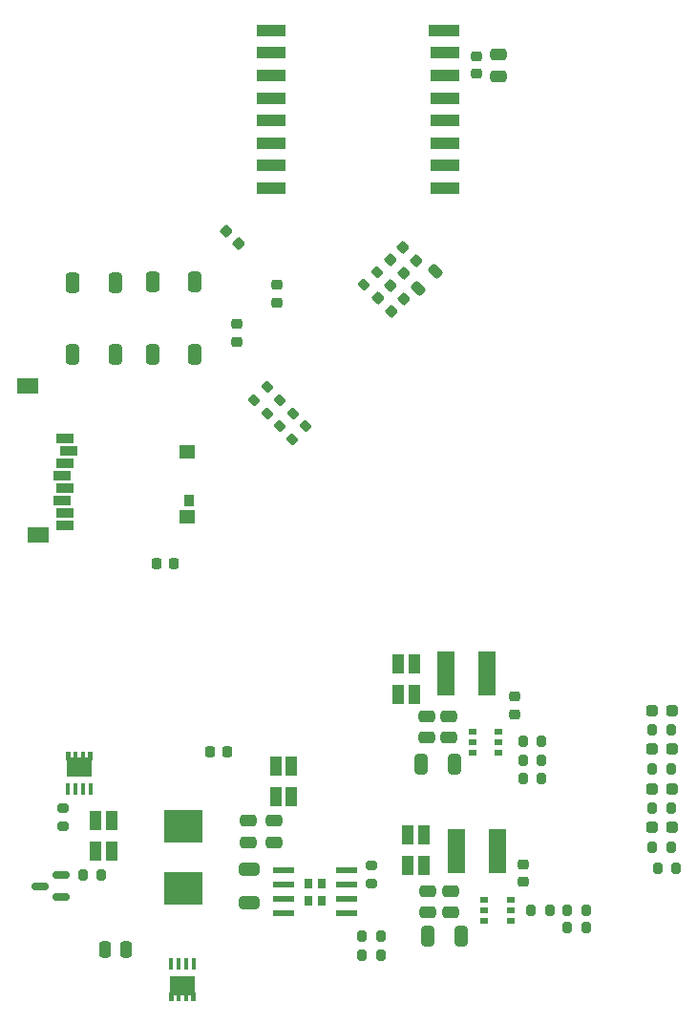
<source format=gbr>
%TF.GenerationSoftware,KiCad,Pcbnew,(6.0.9)*%
%TF.CreationDate,2022-10-31T13:49:50+01:00*%
%TF.ProjectId,marvin_fc_board,6d617276-696e-45f6-9663-5f626f617264,rev?*%
%TF.SameCoordinates,Original*%
%TF.FileFunction,Paste,Bot*%
%TF.FilePolarity,Positive*%
%FSLAX46Y46*%
G04 Gerber Fmt 4.6, Leading zero omitted, Abs format (unit mm)*
G04 Created by KiCad (PCBNEW (6.0.9)) date 2022-10-31 13:49:50*
%MOMM*%
%LPD*%
G01*
G04 APERTURE LIST*
G04 Aperture macros list*
%AMRoundRect*
0 Rectangle with rounded corners*
0 $1 Rounding radius*
0 $2 $3 $4 $5 $6 $7 $8 $9 X,Y pos of 4 corners*
0 Add a 4 corners polygon primitive as box body*
4,1,4,$2,$3,$4,$5,$6,$7,$8,$9,$2,$3,0*
0 Add four circle primitives for the rounded corners*
1,1,$1+$1,$2,$3*
1,1,$1+$1,$4,$5*
1,1,$1+$1,$6,$7*
1,1,$1+$1,$8,$9*
0 Add four rect primitives between the rounded corners*
20,1,$1+$1,$2,$3,$4,$5,0*
20,1,$1+$1,$4,$5,$6,$7,0*
20,1,$1+$1,$6,$7,$8,$9,0*
20,1,$1+$1,$8,$9,$2,$3,0*%
%AMFreePoly0*
4,1,21,1.372500,0.787500,0.862500,0.787500,0.862500,0.532500,1.372500,0.532500,1.372500,0.127500,0.862500,0.127500,0.862500,-0.127500,1.372500,-0.127500,1.372500,-0.532500,0.862500,-0.532500,0.862500,-0.787500,1.372500,-0.787500,1.372500,-1.195000,0.612500,-1.195000,0.612500,-1.117500,-0.862500,-1.117500,-0.862500,1.117500,0.612500,1.117500,0.612500,1.195000,1.372500,1.195000,
1.372500,0.787500,1.372500,0.787500,$1*%
G04 Aperture macros list end*
%ADD10RoundRect,0.200000X0.053033X-0.335876X0.335876X-0.053033X-0.053033X0.335876X-0.335876X0.053033X0*%
%ADD11RoundRect,0.300000X-0.300000X0.600000X-0.300000X-0.600000X0.300000X-0.600000X0.300000X0.600000X0*%
%ADD12RoundRect,0.300450X-0.300449X0.600149X-0.300449X-0.600149X0.300449X-0.600149X0.300449X0.600149X0*%
%ADD13R,3.500000X2.950000*%
%ADD14RoundRect,0.237500X-0.287500X-0.237500X0.287500X-0.237500X0.287500X0.237500X-0.287500X0.237500X0*%
%ADD15RoundRect,0.225000X-0.017678X0.335876X-0.335876X0.017678X0.017678X-0.335876X0.335876X-0.017678X0*%
%ADD16R,1.100000X1.750000*%
%ADD17RoundRect,0.200000X0.200000X0.275000X-0.200000X0.275000X-0.200000X-0.275000X0.200000X-0.275000X0*%
%ADD18RoundRect,0.200000X-0.200000X-0.275000X0.200000X-0.275000X0.200000X0.275000X-0.200000X0.275000X0*%
%ADD19RoundRect,0.250000X-0.475000X0.250000X-0.475000X-0.250000X0.475000X-0.250000X0.475000X0.250000X0*%
%ADD20RoundRect,0.250000X0.250000X0.475000X-0.250000X0.475000X-0.250000X-0.475000X0.250000X-0.475000X0*%
%ADD21RoundRect,0.200000X-0.053033X0.335876X-0.335876X0.053033X0.053033X-0.335876X0.335876X-0.053033X0*%
%ADD22R,2.800000X1.100000*%
%ADD23R,2.600000X1.100000*%
%ADD24RoundRect,0.225000X-0.250000X0.225000X-0.250000X-0.225000X0.250000X-0.225000X0.250000X0.225000X0*%
%ADD25R,1.500000X4.000000*%
%ADD26RoundRect,0.150000X0.587500X0.150000X-0.587500X0.150000X-0.587500X-0.150000X0.587500X-0.150000X0*%
%ADD27R,0.700000X0.510000*%
%ADD28RoundRect,0.250000X0.325000X0.650000X-0.325000X0.650000X-0.325000X-0.650000X0.325000X-0.650000X0*%
%ADD29RoundRect,0.225000X-0.225000X-0.250000X0.225000X-0.250000X0.225000X0.250000X-0.225000X0.250000X0*%
%ADD30RoundRect,0.225000X0.250000X-0.225000X0.250000X0.225000X-0.250000X0.225000X-0.250000X-0.225000X0*%
%ADD31RoundRect,0.225000X-0.335876X-0.017678X-0.017678X-0.335876X0.335876X0.017678X0.017678X0.335876X0*%
%ADD32RoundRect,0.218750X-0.114905X0.424264X-0.424264X0.114905X0.114905X-0.424264X0.424264X-0.114905X0*%
%ADD33R,1.910000X0.610000*%
%ADD34R,0.723000X0.930000*%
%ADD35RoundRect,0.200000X0.275000X-0.200000X0.275000X0.200000X-0.275000X0.200000X-0.275000X-0.200000X0*%
%ADD36R,0.405000X0.990000*%
%ADD37FreePoly0,90.000000*%
%ADD38RoundRect,0.250000X0.475000X-0.250000X0.475000X0.250000X-0.475000X0.250000X-0.475000X-0.250000X0*%
%ADD39R,1.498600X0.812800*%
%ADD40R,0.939800X0.990600*%
%ADD41R,1.397000X1.295400*%
%ADD42R,1.905000X1.397000*%
%ADD43FreePoly0,270.000000*%
%ADD44RoundRect,0.250000X0.650000X-0.325000X0.650000X0.325000X-0.650000X0.325000X-0.650000X-0.325000X0*%
G04 APERTURE END LIST*
D10*
%TO.C,R34*%
X120015837Y-101243563D03*
X121182563Y-100076837D03*
%TD*%
D11*
%TO.C,SW3*%
X100520002Y-93740001D03*
X104320002Y-87340001D03*
D12*
X100520002Y-87340001D03*
D11*
X104320002Y-93740001D03*
%TD*%
D13*
%TO.C,L2*%
X110363000Y-141028000D03*
X110363000Y-135578000D03*
%TD*%
D14*
%TO.C,D5*%
X151895000Y-128709998D03*
X153645000Y-128709998D03*
%TD*%
D15*
%TO.C,C7*%
X129768008Y-84211992D03*
X128671992Y-85308008D03*
%TD*%
D16*
%TO.C,R16*%
X130798800Y-123853800D03*
X129398800Y-123853800D03*
X129398800Y-121103800D03*
X130798800Y-121103800D03*
%TD*%
D17*
%TO.C,R23*%
X154025000Y-139260000D03*
X152375000Y-139260000D03*
%TD*%
D10*
%TO.C,R35*%
X118898237Y-100100563D03*
X120064963Y-98933837D03*
%TD*%
D18*
%TO.C,R45*%
X140449800Y-127990600D03*
X142099800Y-127990600D03*
%TD*%
D19*
%TO.C,C41*%
X131927600Y-125770600D03*
X131927600Y-127670600D03*
%TD*%
D20*
%TO.C,C16*%
X105250000Y-146500000D03*
X103350000Y-146500000D03*
%TD*%
D16*
%TO.C,R19*%
X102551000Y-135023000D03*
X103951000Y-135023000D03*
X103951000Y-137773000D03*
X102551000Y-137773000D03*
%TD*%
D21*
%TO.C,R4*%
X127543363Y-86396637D03*
X126376637Y-87563363D03*
%TD*%
D22*
%TO.C,U12*%
X133459500Y-64990000D03*
D23*
X133559500Y-66990000D03*
X133559500Y-68990000D03*
X133559500Y-70990000D03*
X133559500Y-72990000D03*
X133559500Y-74990000D03*
X133559500Y-76990000D03*
X133559500Y-78990000D03*
X118159500Y-78990000D03*
X118159500Y-76990000D03*
X118159500Y-74990000D03*
X118159500Y-72990000D03*
X118159500Y-70990000D03*
X118159500Y-68990000D03*
X118159500Y-66990000D03*
X118159500Y-64990000D03*
%TD*%
D10*
%TO.C,R1*%
X116586837Y-97789163D03*
X117753563Y-96622437D03*
%TD*%
D24*
%TO.C,C15*%
X115036600Y-91046000D03*
X115036600Y-92596000D03*
%TD*%
D25*
%TO.C,L4*%
X138172600Y-137718800D03*
X134572600Y-137718800D03*
%TD*%
D18*
%TO.C,R29*%
X151914999Y-127020001D03*
X153564999Y-127020001D03*
%TD*%
%TO.C,R27*%
X151920002Y-137380000D03*
X153570002Y-137380000D03*
%TD*%
%TO.C,R13*%
X144385000Y-142970000D03*
X146035000Y-142970000D03*
%TD*%
%TO.C,R14*%
X126200400Y-145237200D03*
X127850400Y-145237200D03*
%TD*%
D26*
%TO.C,Q3*%
X99489500Y-139893000D03*
X99489500Y-141793000D03*
X97614500Y-140843000D03*
%TD*%
D19*
%TO.C,C20*%
X118414800Y-135067000D03*
X118414800Y-136967000D03*
%TD*%
D14*
%TO.C,D4*%
X151915000Y-125310000D03*
X153665000Y-125310000D03*
%TD*%
D11*
%TO.C,SW2*%
X107590000Y-93680000D03*
X111390000Y-87280000D03*
D12*
X107590000Y-87280000D03*
D11*
X111390000Y-93680000D03*
%TD*%
D14*
%TO.C,D6*%
X151905000Y-132210000D03*
X153655000Y-132210000D03*
%TD*%
D16*
%TO.C,R17*%
X131637000Y-139043000D03*
X130237000Y-139043000D03*
X130237000Y-136293000D03*
X131637000Y-136293000D03*
%TD*%
D27*
%TO.C,U14*%
X135949200Y-129016800D03*
X135949200Y-128066800D03*
X135949200Y-127116800D03*
X138269200Y-127116800D03*
X138269200Y-128066800D03*
X138269200Y-129016800D03*
%TD*%
D19*
%TO.C,C45*%
X134061200Y-141290000D03*
X134061200Y-143190000D03*
%TD*%
D17*
%TO.C,R10*%
X142099800Y-131343400D03*
X140449800Y-131343400D03*
%TD*%
D15*
%TO.C,C4*%
X128708008Y-87631992D03*
X127611992Y-88728008D03*
%TD*%
D18*
%TO.C,R30*%
X151915000Y-130500000D03*
X153565000Y-130500000D03*
%TD*%
D28*
%TO.C,C26*%
X134952000Y-145288000D03*
X132002000Y-145288000D03*
%TD*%
D29*
%TO.C,C25*%
X112712200Y-128905000D03*
X114262200Y-128905000D03*
%TD*%
D14*
%TO.C,D3*%
X151902500Y-135609999D03*
X153652500Y-135609999D03*
%TD*%
D30*
%TO.C,C43*%
X140475000Y-140450000D03*
X140475000Y-138900000D03*
%TD*%
D31*
%TO.C,C6*%
X114132992Y-82789392D03*
X115229008Y-83885408D03*
%TD*%
D19*
%TO.C,C42*%
X133908800Y-125770600D03*
X133908800Y-127670600D03*
%TD*%
D15*
%TO.C,C3*%
X130968008Y-85411992D03*
X129871992Y-86508008D03*
%TD*%
D32*
%TO.C,L1*%
X132681301Y-86378699D03*
X131178699Y-87881301D03*
%TD*%
D25*
%TO.C,L3*%
X137256448Y-122021600D03*
X133656448Y-122021600D03*
%TD*%
D18*
%TO.C,R11*%
X140449800Y-129667000D03*
X142099800Y-129667000D03*
%TD*%
D24*
%TO.C,C14*%
X118643400Y-87566200D03*
X118643400Y-89116200D03*
%TD*%
D33*
%TO.C,U7*%
X124776200Y-139471400D03*
X124776200Y-140741400D03*
X124776200Y-142011400D03*
X124776200Y-143281400D03*
X119216200Y-143281400D03*
X119216200Y-142011400D03*
X119216200Y-140741400D03*
X119216200Y-139471400D03*
D34*
X122598700Y-142151400D03*
X122598700Y-140601400D03*
X121393700Y-140601400D03*
X121393700Y-142151400D03*
%TD*%
D17*
%TO.C,R21*%
X103060000Y-139827000D03*
X101410000Y-139827000D03*
%TD*%
D35*
%TO.C,R20*%
X99695000Y-135572000D03*
X99695000Y-133922000D03*
%TD*%
D17*
%TO.C,R12*%
X146035000Y-144494000D03*
X144385000Y-144494000D03*
%TD*%
D30*
%TO.C,C37*%
X136310000Y-68835000D03*
X136310000Y-67285000D03*
%TD*%
D36*
%TO.C,Q2*%
X102082000Y-132245000D03*
X101422000Y-132245000D03*
X100762000Y-132245000D03*
X100102000Y-132245000D03*
D37*
X101092000Y-130252500D03*
%TD*%
D17*
%TO.C,R15*%
X127825000Y-146939000D03*
X126175000Y-146939000D03*
%TD*%
D15*
%TO.C,C8*%
X129878008Y-88831992D03*
X128781992Y-89928008D03*
%TD*%
D38*
%TO.C,C36*%
X138280000Y-69040000D03*
X138280000Y-67140000D03*
%TD*%
D19*
%TO.C,C23*%
X116078000Y-135067000D03*
X116078000Y-136967000D03*
%TD*%
D39*
%TO.C,J16*%
X99792001Y-101194999D03*
X100192000Y-102294999D03*
X99792001Y-103394999D03*
X99592001Y-104495000D03*
X99792001Y-105595000D03*
X99592001Y-106695000D03*
X99792001Y-107794884D03*
X99792001Y-108894884D03*
D40*
X110877000Y-106695064D03*
D41*
X110652001Y-108085000D03*
X110652001Y-102385000D03*
D42*
X97502000Y-109684999D03*
X96501999Y-96535001D03*
%TD*%
D36*
%TO.C,Q1*%
X109260000Y-147715000D03*
X109920000Y-147715000D03*
X110580000Y-147715000D03*
X111240000Y-147715000D03*
D43*
X110250000Y-149707500D03*
%TD*%
D30*
%TO.C,C40*%
X139750800Y-125590600D03*
X139750800Y-124040600D03*
%TD*%
D18*
%TO.C,R46*%
X141161000Y-143002000D03*
X142811000Y-143002000D03*
%TD*%
%TO.C,R31*%
X151934999Y-133929999D03*
X153584999Y-133929999D03*
%TD*%
D28*
%TO.C,C24*%
X134375000Y-130050000D03*
X131425000Y-130050000D03*
%TD*%
D21*
%TO.C,R3*%
X118921963Y-97765437D03*
X117755237Y-98932163D03*
%TD*%
D19*
%TO.C,C44*%
X132003800Y-141290000D03*
X132003800Y-143190000D03*
%TD*%
D44*
%TO.C,C21*%
X116205000Y-142318000D03*
X116205000Y-139368000D03*
%TD*%
D27*
%TO.C,U15*%
X137012952Y-143957000D03*
X137012952Y-143007000D03*
X137012952Y-142057000D03*
X139332952Y-142057000D03*
X139332952Y-143007000D03*
X139332952Y-143957000D03*
%TD*%
D29*
%TO.C,C34*%
X107962400Y-112242600D03*
X109512400Y-112242600D03*
%TD*%
D35*
%TO.C,R9*%
X127000000Y-140652000D03*
X127000000Y-139002000D03*
%TD*%
D16*
%TO.C,R18*%
X118527600Y-130197000D03*
X119927600Y-130197000D03*
X119927600Y-132947000D03*
X118527600Y-132947000D03*
%TD*%
M02*

</source>
